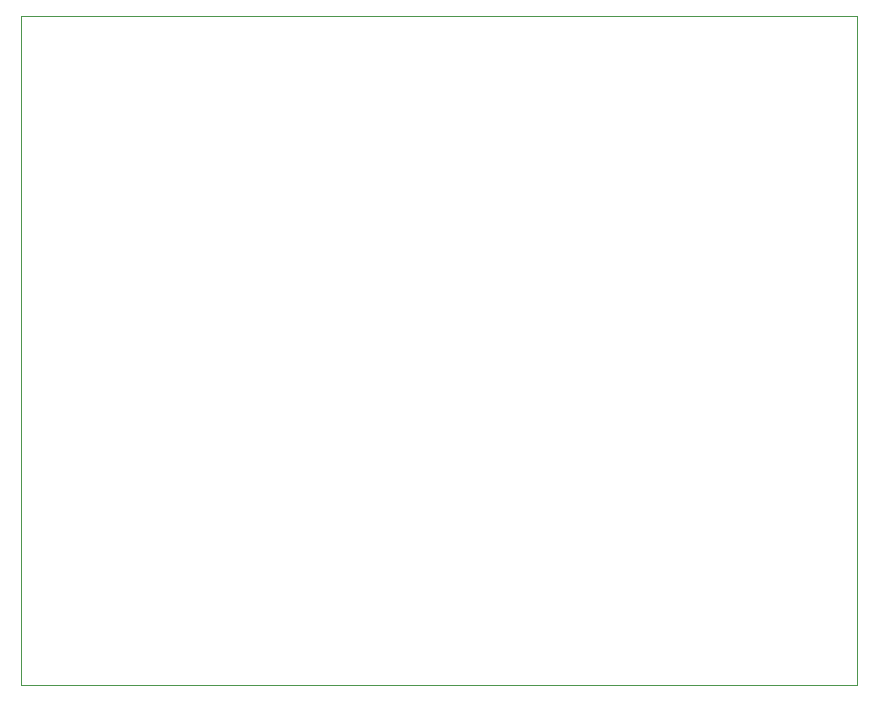
<source format=gbr>
%TF.GenerationSoftware,KiCad,Pcbnew,8.0.5*%
%TF.CreationDate,2024-09-23T16:37:59-07:00*%
%TF.ProjectId,fluke_884x_continuity_buzzer,666c756b-655f-4383-9834-785f636f6e74,4*%
%TF.SameCoordinates,Original*%
%TF.FileFunction,Profile,NP*%
%FSLAX46Y46*%
G04 Gerber Fmt 4.6, Leading zero omitted, Abs format (unit mm)*
G04 Created by KiCad (PCBNEW 8.0.5) date 2024-09-23 16:37:59*
%MOMM*%
%LPD*%
G01*
G04 APERTURE LIST*
%TA.AperFunction,Profile*%
%ADD10C,0.050000*%
%TD*%
G04 APERTURE END LIST*
D10*
X0Y0D02*
X70780000Y0D01*
X70780000Y-56600000D01*
X0Y-56600000D01*
X0Y0D01*
M02*

</source>
